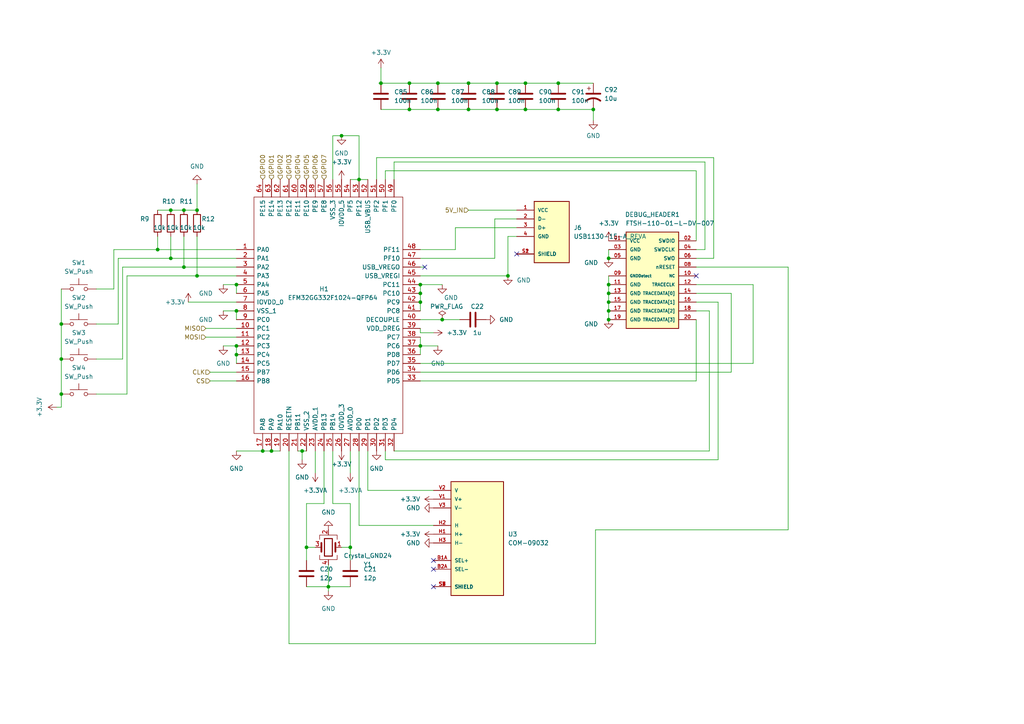
<source format=kicad_sch>
(kicad_sch (version 20230121) (generator eeschema)
  (paper "A4")
  (lib_symbols
    (symbol "COM-09032:COM-09032" (pin_names (offset 1.016))
      (property "Reference" "U" (at -7.62 16.002 0))
      (property "Value" "COM-09032" (at -7.62 -20.32 0))
      (symbol "COM-09032_0_0"
        (rectangle (start -7.62 -17.78) (end 7.62 15.24) (stroke (width 0.254)) (fill (type background)))
        (pin passive line (at -12.7 -7.62 0) (length 5.08) (name "SEL+") (number "B1A"))
        (pin passive line (at -12.7 -10.16 0) (length 5.08) (name "SEL-") (number "B2A"))
        (pin passive line (at -12.7 0 0) (length 5.08) (name "H+") (number "H1"))
        (pin passive line (at -12.7 2.54 0) (length 5.08) (name "H") (number "H2"))
        (pin passive line (at -12.7 -2.54 0) (length 5.08) (name "H-") (number "H3"))
        (pin passive line (at -12.7 -15.24 0) (length 5.08) (name "SHIELD") (number "S1"))
        (pin passive line (at -12.7 -15.24 0) (length 5.08) (name "SHIELD") (number "S2"))
        (pin passive line (at -12.7 -15.24 0) (length 5.08) (name "SHIELD") (number "S3"))
        (pin passive line (at -12.7 -15.24 0) (length 5.08) (name "SHIELD") (number "S4"))
        (pin passive line (at -12.7 10.16 0) (length 5.08) (name "V+") (number "V1"))
        (pin passive line (at -12.7 12.7 0) (length 5.08) (name "V") (number "V2"))
        (pin passive line (at -12.7 7.62 0) (length 5.08) (name "V-") (number "V3"))
      )
    )
    (symbol "Device:C" (pin_numbers hide) (pin_names (offset 0.254))
      (property "Reference" "C" (at 0.635 2.54 0))
      (property "Value" "C" (at 0.635 -2.54 0))
      (symbol "C_0_1"
        (polyline (pts (xy -2.032 -0.762) (xy 2.032 -0.762)) (stroke (width 0.508)))
        (polyline (pts (xy -2.032 0.762) (xy 2.032 0.762)) (stroke (width 0.508)))
      )
      (symbol "C_1_1"
        (pin passive line (at 0 3.81 270) (length 2.794) (name "~") (number "1"))
        (pin passive line (at 0 -3.81 90) (length 2.794) (name "~") (number "2"))
      )
    )
    (symbol "Device:C_Polarized_US" (pin_numbers hide) (pin_names (offset 0.254) hide)
      (property "Reference" "C" (at 0.635 2.54 0))
      (property "Value" "C_Polarized_US" (at 0.635 -2.54 0))
      (symbol "C_Polarized_US_0_1"
        (polyline (pts (xy -2.032 0.762) (xy 2.032 0.762)) (stroke (width 0.508)))
        (polyline (pts (xy -1.778 2.286) (xy -0.762 2.286)))
        (polyline (pts (xy -1.27 1.778) (xy -1.27 2.794)))
        (arc (start 2.032 -1.27) (mid 0 -0.5572) (end -2.032 -1.27) (stroke (width 0.508)))
      )
      (symbol "C_Polarized_US_1_1"
        (pin passive line (at 0 3.81 270) (length 2.794) (name "~") (number "1"))
        (pin passive line (at 0 -3.81 90) (length 3.302) (name "~") (number "2"))
      )
    )
    (symbol "Device:Crystal_GND24" (pin_names (offset 1.016) hide)
      (property "Reference" "Y" (at 3.175 5.08 0))
      (property "Value" "Crystal_GND24" (at 3.175 3.175 0))
      (symbol "Crystal_GND24_0_1"
        (rectangle (start -1.143 2.54) (end 1.143 -2.54) (stroke (width 0.3048)))
        (polyline (pts (xy -2.54 0) (xy -2.032 0)))
        (polyline (pts (xy -2.032 -1.27) (xy -2.032 1.27)) (stroke (width 0.508)))
        (polyline (pts (xy 0 -3.81) (xy 0 -3.556)))
        (polyline (pts (xy 0 3.556) (xy 0 3.81)))
        (polyline (pts (xy 2.032 -1.27) (xy 2.032 1.27)) (stroke (width 0.508)))
        (polyline (pts (xy 2.032 0) (xy 2.54 0)))
        (polyline (pts (xy -2.54 -2.286) (xy -2.54 -3.556) (xy 2.54 -3.556) (xy 2.54 -2.286)))
        (polyline (pts (xy -2.54 2.286) (xy -2.54 3.556) (xy 2.54 3.556) (xy 2.54 2.286)))
      )
      (symbol "Crystal_GND24_1_1"
        (pin passive line (at -3.81 0 0) (length 1.27) (name "1") (number "1"))
        (pin passive line (at 0 5.08 270) (length 1.27) (name "2") (number "2"))
        (pin passive line (at 3.81 0 180) (length 1.27) (name "3") (number "3"))
        (pin passive line (at 0 -5.08 90) (length 1.27) (name "4") (number "4"))
      )
    )
    (symbol "Device:R" (pin_numbers hide) (pin_names (offset 0))
      (property "Reference" "R" (at 2.032 0 90))
      (property "Value" "R" (at 0 0 90))
      (symbol "R_0_1"
        (rectangle (start -1.016 -2.54) (end 1.016 2.54) (stroke (width 0.254)))
      )
      (symbol "R_1_1"
        (pin passive line (at 0 3.81 270) (length 1.27) (name "~") (number "1"))
        (pin passive line (at 0 -3.81 90) (length 1.27) (name "~") (number "2"))
      )
    )
    (symbol "EFM32GG332F1024-QFP64:EFM32GG332F1024-QFP64" (pin_names (offset 0.762))
      (property "Reference" "H" (at 49.53 20.32 0))
      (property "Value" "EFM32GG332F1024-QFP64" (at 49.53 17.78 0))
      (symbol "EFM32GG332F1024-QFP64_0_0"
        (pin bidirectional line (at 0 0 0) (length 5.08) (name "PA0") (number "1"))
        (pin bidirectional line (at 0 -22.86 0) (length 5.08) (name "PC1") (number "10"))
        (pin bidirectional line (at 0 -25.4 0) (length 5.08) (name "PC2") (number "11"))
        (pin bidirectional line (at 0 -27.94 0) (length 5.08) (name "PC3") (number "12"))
        (pin bidirectional line (at 0 -30.48 0) (length 5.08) (name "PC4") (number "13"))
        (pin bidirectional line (at 0 -33.02 0) (length 5.08) (name "PC5") (number "14"))
        (pin bidirectional line (at 0 -35.56 0) (length 5.08) (name "PB7") (number "15"))
        (pin bidirectional line (at 0 -38.1 0) (length 5.08) (name "PB8") (number "16"))
        (pin bidirectional line (at 7.62 -58.42 90) (length 5.08) (name "PA8") (number "17"))
        (pin bidirectional line (at 10.16 -58.42 90) (length 5.08) (name "PA9") (number "18"))
        (pin bidirectional line (at 12.7 -58.42 90) (length 5.08) (name "PA10") (number "19"))
        (pin bidirectional line (at 0 -2.54 0) (length 5.08) (name "PA1") (number "2"))
        (pin input line (at 15.24 -58.42 90) (length 5.08) (name "RESETN") (number "20"))
        (pin bidirectional line (at 17.78 -58.42 90) (length 5.08) (name "PB11") (number "21"))
        (pin power_in line (at 20.32 -58.42 90) (length 5.08) (name "VSS_2") (number "22"))
        (pin power_in line (at 22.86 -58.42 90) (length 5.08) (name "AVDD_1") (number "23"))
        (pin bidirectional line (at 25.4 -58.42 90) (length 5.08) (name "PB13") (number "24"))
        (pin bidirectional line (at 27.94 -58.42 90) (length 5.08) (name "PB14") (number "25"))
        (pin power_in line (at 30.48 -58.42 90) (length 5.08) (name "IOVDD_3") (number "26"))
        (pin power_in line (at 33.02 -58.42 90) (length 5.08) (name "AVDD_0") (number "27"))
        (pin bidirectional line (at 35.56 -58.42 90) (length 5.08) (name "PD0") (number "28"))
        (pin bidirectional line (at 38.1 -58.42 90) (length 5.08) (name "PD1") (number "29"))
        (pin bidirectional line (at 0 -5.08 0) (length 5.08) (name "PA2") (number "3"))
        (pin bidirectional line (at 40.64 -58.42 90) (length 5.08) (name "PD2") (number "30"))
        (pin bidirectional line (at 43.18 -58.42 90) (length 5.08) (name "PD3") (number "31"))
        (pin bidirectional line (at 45.72 -58.42 90) (length 5.08) (name "PD4") (number "32"))
        (pin bidirectional line (at 53.34 -38.1 180) (length 5.08) (name "PD5") (number "33"))
        (pin bidirectional line (at 53.34 -35.56 180) (length 5.08) (name "PD6") (number "34"))
        (pin bidirectional line (at 53.34 -33.02 180) (length 5.08) (name "PD7") (number "35"))
        (pin bidirectional line (at 53.34 -30.48 180) (length 5.08) (name "PD8") (number "36"))
        (pin bidirectional line (at 53.34 -27.94 180) (length 5.08) (name "PC6") (number "37"))
        (pin bidirectional line (at 53.34 -25.4 180) (length 5.08) (name "PC7") (number "38"))
        (pin power_in line (at 53.34 -22.86 180) (length 5.08) (name "VDD_DREG") (number "39"))
        (pin bidirectional line (at 0 -7.62 0) (length 5.08) (name "PA3") (number "4"))
        (pin output line (at 53.34 -20.32 180) (length 5.08) (name "DECOUPLE") (number "40"))
        (pin bidirectional line (at 53.34 -17.78 180) (length 5.08) (name "PC8") (number "41"))
        (pin bidirectional line (at 53.34 -15.24 180) (length 5.08) (name "PC9") (number "42"))
        (pin bidirectional line (at 53.34 -12.7 180) (length 5.08) (name "PC10") (number "43"))
        (pin bidirectional line (at 53.34 -10.16 180) (length 5.08) (name "PC11") (number "44"))
        (pin power_in line (at 53.34 -7.62 180) (length 5.08) (name "USB_VREGI") (number "45"))
        (pin power_in line (at 53.34 -5.08 180) (length 5.08) (name "USB_VREGO") (number "46"))
        (pin bidirectional line (at 53.34 -2.54 180) (length 5.08) (name "PF10") (number "47"))
        (pin bidirectional line (at 53.34 0 180) (length 5.08) (name "PF11") (number "48"))
        (pin bidirectional line (at 45.72 20.32 270) (length 5.08) (name "PF0") (number "49"))
        (pin bidirectional line (at 0 -10.16 0) (length 5.08) (name "PA4") (number "5"))
        (pin bidirectional line (at 43.18 20.32 270) (length 5.08) (name "PF1") (number "50"))
        (pin bidirectional line (at 40.64 20.32 270) (length 5.08) (name "PF2") (number "51"))
        (pin passive line (at 38.1 20.32 270) (length 5.08) (name "USB_VBUS") (number "52"))
        (pin bidirectional line (at 35.56 20.32 270) (length 5.08) (name "PF12") (number "53"))
        (pin bidirectional line (at 33.02 20.32 270) (length 5.08) (name "PF5") (number "54"))
        (pin power_in line (at 30.48 20.32 270) (length 5.08) (name "IOVDD_5") (number "55"))
        (pin power_in line (at 27.94 20.32 270) (length 5.08) (name "VSS_3") (number "56"))
        (pin bidirectional line (at 25.4 20.32 270) (length 5.08) (name "PE8") (number "57"))
        (pin bidirectional line (at 22.86 20.32 270) (length 5.08) (name "PE9") (number "58"))
        (pin bidirectional line (at 20.32 20.32 270) (length 5.08) (name "PE10") (number "59"))
        (pin bidirectional line (at 0 -12.7 0) (length 5.08) (name "PA5") (number "6"))
        (pin bidirectional line (at 17.78 20.32 270) (length 5.08) (name "PE11") (number "60"))
        (pin bidirectional line (at 15.24 20.32 270) (length 5.08) (name "PE12") (number "61"))
        (pin bidirectional line (at 12.7 20.32 270) (length 5.08) (name "PE13") (number "62"))
        (pin bidirectional line (at 10.16 20.32 270) (length 5.08) (name "PE14") (number "63"))
        (pin bidirectional line (at 7.62 20.32 270) (length 5.08) (name "PE15") (number "64"))
        (pin power_in line (at 0 -15.24 0) (length 5.08) (name "IOVDD_0") (number "7"))
        (pin power_in line (at 0 -17.78 0) (length 5.08) (name "VSS_1") (number "8"))
        (pin bidirectional line (at 0 -20.32 0) (length 5.08) (name "PC0") (number "9"))
      )
      (symbol "EFM32GG332F1024-QFP64_0_1"
        (polyline (pts (xy 5.08 15.24) (xy 48.26 15.24) (xy 48.26 -53.34) (xy 5.08 -53.34) (xy 5.08 15.24)) (stroke (width 0.1524)))
      )
    )
    (symbol "FTSH-110-01-L-DV-007:FTSH-110-01-L-DV-007" (pin_names (offset 1.016))
      (property "Reference" "DEBUG_HEADER" (at 0 20.32 0))
      (property "Value" "FTSH-110-01-L-DV-007" (at 5.08 17.78 0))
      (symbol "FTSH-110-01-L-DV-007_0_0"
        (rectangle (start -7.62 15.24) (end 7.62 -12.7) (stroke (width 0.254)) (fill (type background)))
      )
      (symbol "FTSH-110-01-L-DV-007_1_0"
        (pin passive line (at -12.7 12.7 0) (length 5.08) (name "VCC") (number "01"))
        (pin passive line (at 12.7 12.7 180) (length 5.08) (name "SWDIO") (number "02"))
        (pin passive line (at -12.7 10.16 0) (length 5.08) (name "GND") (number "03"))
        (pin passive line (at 12.7 10.16 180) (length 5.08) (name "SWDCLK") (number "04"))
        (pin passive line (at -12.7 7.62 0) (length 5.08) (name "GND") (number "05"))
        (pin passive line (at 12.7 7.62 180) (length 5.08) (name "SWO") (number "06"))
        (pin passive line (at 12.7 5.08 180) (length 5.08) (name "nRESET") (number "08"))
        (pin passive line (at -12.7 2.54 0) (length 5.08) (name "GNDDetect") (number "09"))
        (pin passive line (at 12.7 2.54 180) (length 5.08) (name "NC") (number "10"))
        (pin passive line (at -12.7 0 0) (length 5.08) (name "GND") (number "11"))
        (pin passive line (at 12.7 0 180) (length 5.08) (name "TRACECLK") (number "12"))
        (pin passive line (at -12.7 -2.54 0) (length 5.08) (name "GND") (number "13"))
        (pin passive line (at 12.7 -2.54 180) (length 5.08) (name "TRACEDATA[0]") (number "14"))
        (pin passive line (at -12.7 -5.08 0) (length 5.08) (name "GND") (number "15"))
        (pin passive line (at 12.7 -5.08 180) (length 5.08) (name "TRACEDATA[1]") (number "16"))
        (pin passive line (at -12.7 -7.62 0) (length 5.08) (name "GND") (number "17"))
        (pin passive line (at 12.7 -7.62 180) (length 5.08) (name "TRACEDATA[2]") (number "18"))
        (pin passive line (at -12.7 -10.16 0) (length 5.08) (name "GND") (number "19"))
        (pin passive line (at 12.7 -10.16 180) (length 5.08) (name "TRACEDATA[3]") (number "20"))
      )
    )
    (symbol "Switch:SW_Push" (pin_numbers hide) (pin_names (offset 1.016) hide)
      (property "Reference" "SW" (at 1.27 2.54 0))
      (property "Value" "SW_Push" (at 0 -1.524 0))
      (symbol "SW_Push_0_1"
        (circle (center -2.032 0) (radius 0.508))
        (polyline (pts (xy 0 1.27) (xy 0 3.048)))
        (polyline (pts (xy 2.54 1.27) (xy -2.54 1.27)))
        (circle (center 2.032 0) (radius 0.508))
        (pin passive line (at -5.08 0 0) (length 2.54) (name "1") (number "1"))
        (pin passive line (at 5.08 0 180) (length 2.54) (name "2") (number "2"))
      )
    )
    (symbol "USB1130-15-A_REVA:USB1130-15-A_REVA" (pin_names (offset 1.016))
      (property "Reference" "J" (at -5.08 8.89 0))
      (property "Value" "USB1130-15-A_REVA" (at -5.08 -12.7 0))
      (symbol "USB1130-15-A_REVA_0_0"
        (rectangle (start -5.08 -10.16) (end 5.08 7.62) (stroke (width 0.254)) (fill (type background)))
        (pin power_in line (at -10.16 5.08 0) (length 5.08) (name "VCC") (number "1"))
        (pin bidirectional line (at -10.16 2.54 0) (length 5.08) (name "D-") (number "2"))
        (pin bidirectional line (at -10.16 0 0) (length 5.08) (name "D+") (number "3"))
        (pin power_in line (at -10.16 -2.54 0) (length 5.08) (name "GND") (number "4"))
        (pin passive line (at -10.16 -7.62 0) (length 5.08) (name "SHIELD") (number "S1"))
        (pin passive line (at -10.16 -7.62 0) (length 5.08) (name "SHIELD") (number "S2"))
      )
    )
    (symbol "power:+3.3V" (power) (pin_names (offset 0))
      (property "Value" "+3.3V" (at 0 3.556 0))
      (symbol "+3.3V_0_1"
        (polyline (pts (xy -0.762 1.27) (xy 0 2.54)))
        (polyline (pts (xy 0 0) (xy 0 2.54)))
        (polyline (pts (xy 0 2.54) (xy 0.762 1.27)))
      )
      (symbol "+3.3V_1_1"
        (pin power_in line (at 0 0 90) (length 0) hide (name "+3.3V") (number "1"))
      )
    )
    (symbol "power:+3.3VA" (power) (pin_names (offset 0))
      (property "Value" "+3.3VA" (at 0 3.556 0))
      (symbol "+3.3VA_0_1"
        (polyline (pts (xy -0.762 1.27) (xy 0 2.54)))
        (polyline (pts (xy 0 0) (xy 0 2.54)))
        (polyline (pts (xy 0 2.54) (xy 0.762 1.27)))
      )
      (symbol "+3.3VA_1_1"
        (pin power_in line (at 0 0 90) (length 0) hide (name "+3.3VA") (number "1"))
      )
    )
    (symbol "power:GND" (power) (pin_names (offset 0))
      (property "Value" "GND" (at 0 -3.81 0))
      (symbol "GND_0_1"
        (polyline (pts (xy 0 0) (xy 0 -1.27) (xy 1.27 -1.27) (xy 0 -2.54) (xy -1.27 -1.27) (xy 0 -1.27)))
      )
      (symbol "GND_1_1"
        (pin power_in line (at 0 0 270) (length 0) hide (name "GND") (number "1"))
      )
    )
    (symbol "power:PWR_FLAG" (power) (pin_numbers hide) (pin_names (offset 0) hide)
      (property "Value" "PWR_FLAG" (at 0 3.81 0))
      (symbol "PWR_FLAG_0_0"
        (pin power_out line (at 0 0 90) (length 0) (name "pwr") (number "1"))
      )
      (symbol "PWR_FLAG_0_1"
        (polyline (pts (xy 0 0) (xy 0 1.27) (xy -1.016 1.905) (xy 0 2.54) (xy 1.016 1.905) (xy 0 1.27)))
      )
    )
  )
  (junction (at 127 24.13))
  (junction (at 152.4 24.13))
  (junction (at 161.925 31.75))
  (junction (at 104.14 52.07))
  (junction (at 135.89 24.13))
  (junction (at 147.32 80.01))
  (junction (at 110.49 24.13))
  (junction (at 53.34 60.96))
  (junction (at 176.53 85.09))
  (junction (at 128.27 92.71))
  (junction (at 88.9 158.75))
  (junction (at 121.92 87.63))
  (junction (at 121.92 82.55))
  (junction (at 68.58 90.17))
  (junction (at 101.6 158.75))
  (junction (at 68.58 100.33))
  (junction (at 118.745 31.75))
  (junction (at 127 31.75))
  (junction (at 17.78 104.14))
  (junction (at 144.145 24.13))
  (junction (at 17.78 114.3))
  (junction (at 176.53 90.17))
  (junction (at 76.2 130.81))
  (junction (at 144.145 31.75))
  (junction (at 53.34 77.47))
  (junction (at 121.92 100.33))
  (junction (at 45.72 72.39))
  (junction (at 176.53 92.71))
  (junction (at 68.58 82.55))
  (junction (at 135.89 31.75))
  (junction (at 172.085 31.75))
  (junction (at 95.25 170.18))
  (junction (at 99.06 39.37))
  (junction (at 57.15 80.01))
  (junction (at 57.15 60.96))
  (junction (at 49.53 74.93))
  (junction (at 78.74 130.81))
  (junction (at 161.925 24.13))
  (junction (at 17.78 93.98))
  (junction (at 118.745 24.13))
  (junction (at 176.53 74.93))
  (junction (at 49.53 60.96))
  (junction (at 121.92 85.09))
  (junction (at 68.58 102.87))
  (junction (at 87.63 130.81))
  (junction (at 152.4 31.75))
  (junction (at 176.53 87.63))
  (junction (at 176.53 82.55))
  (no_connect (at 201.93 80.01))
  (no_connect (at 149.86 73.66))
  (no_connect (at 125.73 162.56))
  (no_connect (at 123.19 77.47))
  (no_connect (at 125.73 165.1))
  (no_connect (at 125.73 170.18))
  (wire (pts (xy 88.9 158.75) (xy 91.44 158.75)))
  (wire (pts (xy 104.14 152.4) (xy 125.73 152.4)))
  (wire (pts (xy 68.58 100.33) (xy 68.58 102.87)))
  (wire (pts (xy 78.74 130.81) (xy 81.28 130.81)))
  (wire (pts (xy 128.27 92.71) (xy 133.35 92.71)))
  (wire (pts (xy 208.28 133.35) (xy 208.28 87.63)))
  (wire (pts (xy 144.145 31.75) (xy 152.4 31.75)))
  (wire (pts (xy 68.58 90.17) (xy 68.58 92.71)))
  (wire (pts (xy 76.2 130.81) (xy 78.74 130.81)))
  (wire (pts (xy 118.745 24.13) (xy 127 24.13)))
  (wire (pts (xy 36.83 80.01) (xy 57.15 80.01)))
  (wire (pts (xy 176.53 82.55) (xy 176.53 85.09)))
  (wire (pts (xy 121.92 100.33) (xy 127 100.33)))
  (wire (pts (xy 176.53 90.17) (xy 176.53 92.71)))
  (wire (pts (xy 201.93 49.53) (xy 111.76 49.53)))
  (wire (pts (xy 161.925 31.75) (xy 172.085 31.75)))
  (wire (pts (xy 17.78 93.98) (xy 17.78 83.82)))
  (wire (pts (xy 121.92 72.39) (xy 132.08 72.39)))
  (wire (pts (xy 76.2 130.81) (xy 68.58 130.81)))
  (wire (pts (xy 101.6 146.05) (xy 96.52 146.05)))
  (wire (pts (xy 60.96 110.49) (xy 68.58 110.49)))
  (wire (pts (xy 49.53 74.93) (xy 68.58 74.93)))
  (wire (pts (xy 125.73 96.52) (xy 121.92 96.52)))
  (wire (pts (xy 176.53 85.09) (xy 176.53 87.63)))
  (wire (pts (xy 88.9 146.05) (xy 88.9 158.75)))
  (wire (pts (xy 111.76 130.81) (xy 111.76 133.35)))
  (wire (pts (xy 36.83 80.01) (xy 36.83 114.3)))
  (wire (pts (xy 88.9 158.75) (xy 88.9 162.56)))
  (wire (pts (xy 17.78 118.11) (xy 16.51 118.11)))
  (wire (pts (xy 207.01 74.93) (xy 207.01 45.72)))
  (wire (pts (xy 121.92 96.52) (xy 121.92 95.25)))
  (wire (pts (xy 99.06 158.75) (xy 101.6 158.75)))
  (wire (pts (xy 34.29 93.98) (xy 27.94 93.98)))
  (wire (pts (xy 127 31.75) (xy 135.89 31.75)))
  (wire (pts (xy 143.51 63.5) (xy 143.51 74.93)))
  (wire (pts (xy 228.6 153.67) (xy 228.6 77.47)))
  (wire (pts (xy 104.14 130.81) (xy 104.14 152.4)))
  (wire (pts (xy 35.56 104.14) (xy 27.94 104.14)))
  (wire (pts (xy 172.085 31.75) (xy 172.085 34.925)))
  (wire (pts (xy 172.72 186.69) (xy 172.72 153.67)))
  (wire (pts (xy 204.47 72.39) (xy 204.47 46.99)))
  (wire (pts (xy 93.98 130.81) (xy 93.98 146.05)))
  (wire (pts (xy 68.58 82.55) (xy 64.77 82.55)))
  (wire (pts (xy 95.25 170.18) (xy 101.6 170.18)))
  (wire (pts (xy 176.53 87.63) (xy 176.53 90.17)))
  (wire (pts (xy 176.53 72.39) (xy 176.53 74.93)))
  (wire (pts (xy 114.3 130.81) (xy 205.74 130.81)))
  (wire (pts (xy 132.08 72.39) (xy 132.08 66.04)))
  (wire (pts (xy 95.25 171.45) (xy 95.25 170.18)))
  (wire (pts (xy 68.58 107.95) (xy 60.96 107.95)))
  (wire (pts (xy 132.08 66.04) (xy 149.86 66.04)))
  (wire (pts (xy 88.9 170.18) (xy 95.25 170.18)))
  (wire (pts (xy 87.63 133.35) (xy 87.63 130.81)))
  (wire (pts (xy 83.82 186.69) (xy 172.72 186.69)))
  (wire (pts (xy 111.76 133.35) (xy 208.28 133.35)))
  (wire (pts (xy 96.52 52.07) (xy 96.52 39.37)))
  (wire (pts (xy 143.51 63.5) (xy 149.86 63.5)))
  (wire (pts (xy 135.89 24.13) (xy 144.145 24.13)))
  (wire (pts (xy 201.93 69.85) (xy 201.93 49.53)))
  (wire (pts (xy 45.72 68.58) (xy 45.72 72.39)))
  (wire (pts (xy 205.74 130.81) (xy 205.74 90.17)))
  (wire (pts (xy 53.34 60.96) (xy 57.15 60.96)))
  (wire (pts (xy 176.53 80.01) (xy 176.53 82.55)))
  (wire (pts (xy 110.49 24.13) (xy 118.745 24.13)))
  (wire (pts (xy 121.92 110.49) (xy 201.93 110.49)))
  (wire (pts (xy 49.53 60.96) (xy 53.34 60.96)))
  (wire (pts (xy 121.92 82.55) (xy 128.27 82.55)))
  (wire (pts (xy 68.58 90.17) (xy 64.77 90.17)))
  (wire (pts (xy 121.92 97.79) (xy 121.92 100.33)))
  (wire (pts (xy 212.09 85.09) (xy 201.93 85.09)))
  (wire (pts (xy 110.49 19.685) (xy 110.49 24.13)))
  (wire (pts (xy 35.56 77.47) (xy 53.34 77.47)))
  (wire (pts (xy 104.14 52.07) (xy 104.14 39.37)))
  (wire (pts (xy 208.28 87.63) (xy 201.93 87.63)))
  (wire (pts (xy 96.52 39.37) (xy 99.06 39.37)))
  (wire (pts (xy 87.63 130.81) (xy 88.9 130.81)))
  (wire (pts (xy 201.93 74.93) (xy 207.01 74.93)))
  (wire (pts (xy 17.78 114.3) (xy 17.78 104.14)))
  (wire (pts (xy 121.92 82.55) (xy 121.92 85.09)))
  (wire (pts (xy 45.72 72.39) (xy 68.58 72.39)))
  (wire (pts (xy 64.77 100.33) (xy 68.58 100.33)))
  (wire (pts (xy 27.94 83.82) (xy 33.02 83.82)))
  (wire (pts (xy 17.78 104.14) (xy 17.78 93.98)))
  (wire (pts (xy 218.44 82.55) (xy 201.93 82.55)))
  (wire (pts (xy 96.52 146.05) (xy 96.52 130.81)))
  (wire (pts (xy 121.92 80.01) (xy 147.32 80.01)))
  (wire (pts (xy 205.74 90.17) (xy 201.93 90.17)))
  (wire (pts (xy 110.49 31.75) (xy 118.745 31.75)))
  (wire (pts (xy 114.3 46.99) (xy 114.3 52.07)))
  (wire (pts (xy 86.36 130.81) (xy 87.63 130.81)))
  (wire (pts (xy 144.145 24.13) (xy 152.4 24.13)))
  (wire (pts (xy 201.93 110.49) (xy 201.93 92.71)))
  (wire (pts (xy 152.4 31.75) (xy 161.925 31.75)))
  (wire (pts (xy 123.19 77.47) (xy 121.92 77.47)))
  (wire (pts (xy 54.61 87.63) (xy 68.58 87.63)))
  (wire (pts (xy 218.44 82.55) (xy 218.44 105.41)))
  (wire (pts (xy 68.58 97.79) (xy 59.69 97.79)))
  (wire (pts (xy 68.58 80.01) (xy 57.15 80.01)))
  (wire (pts (xy 121.92 92.71) (xy 128.27 92.71)))
  (wire (pts (xy 228.6 77.47) (xy 201.93 77.47)))
  (wire (pts (xy 111.76 49.53) (xy 111.76 52.07)))
  (wire (pts (xy 34.29 74.93) (xy 34.29 93.98)))
  (wire (pts (xy 88.9 146.05) (xy 93.98 146.05)))
  (wire (pts (xy 121.92 74.93) (xy 143.51 74.93)))
  (wire (pts (xy 121.92 105.41) (xy 218.44 105.41)))
  (wire (pts (xy 152.4 24.13) (xy 161.925 24.13)))
  (wire (pts (xy 161.925 24.13) (xy 172.085 24.13)))
  (wire (pts (xy 118.745 31.75) (xy 127 31.75)))
  (wire (pts (xy 68.58 95.25) (xy 59.69 95.25)))
  (wire (pts (xy 201.93 72.39) (xy 204.47 72.39)))
  (wire (pts (xy 101.6 146.05) (xy 101.6 158.75)))
  (wire (pts (xy 121.92 107.95) (xy 212.09 107.95)))
  (wire (pts (xy 212.09 107.95) (xy 212.09 85.09)))
  (wire (pts (xy 49.53 68.58) (xy 49.53 74.93)))
  (wire (pts (xy 104.14 52.07) (xy 106.68 52.07)))
  (wire (pts (xy 207.01 45.72) (xy 109.22 45.72)))
  (wire (pts (xy 95.25 163.83) (xy 95.25 170.18)))
  (wire (pts (xy 149.86 68.58) (xy 147.32 68.58)))
  (wire (pts (xy 35.56 77.47) (xy 35.56 104.14)))
  (wire (pts (xy 68.58 77.47) (xy 53.34 77.47)))
  (wire (pts (xy 109.22 45.72) (xy 109.22 52.07)))
  (wire (pts (xy 127 24.13) (xy 135.89 24.13)))
  (wire (pts (xy 17.78 118.11) (xy 17.78 114.3)))
  (wire (pts (xy 109.855 24.13) (xy 110.49 24.13)))
  (wire (pts (xy 45.72 60.96) (xy 49.53 60.96)))
  (wire (pts (xy 135.89 60.96) (xy 149.86 60.96)))
  (wire (pts (xy 121.92 100.33) (xy 121.92 102.87)))
  (wire (pts (xy 68.58 82.55) (xy 68.58 85.09)))
  (wire (pts (xy 135.89 31.75) (xy 144.145 31.75)))
  (wire (pts (xy 101.6 130.81) (xy 101.6 137.16)))
  (wire (pts (xy 172.72 153.67) (xy 228.6 153.67)))
  (wire (pts (xy 68.58 102.87) (xy 68.58 105.41)))
  (wire (pts (xy 204.47 46.99) (xy 114.3 46.99)))
  (wire (pts (xy 106.68 142.24) (xy 106.68 130.81)))
  (wire (pts (xy 57.15 68.58) (xy 57.15 80.01)))
  (wire (pts (xy 83.82 130.81) (xy 83.82 186.69)))
  (wire (pts (xy 53.34 68.58) (xy 53.34 77.47)))
  (wire (pts (xy 34.29 74.93) (xy 49.53 74.93)))
  (wire (pts (xy 121.92 87.63) (xy 121.92 90.17)))
  (wire (pts (xy 33.02 83.82) (xy 33.02 72.39)))
  (wire (pts (xy 104.14 39.37) (xy 99.06 39.37)))
  (wire (pts (xy 91.44 137.16) (xy 91.44 130.81)))
  (wire (pts (xy 33.02 72.39) (xy 45.72 72.39)))
  (wire (pts (xy 101.6 158.75) (xy 101.6 162.56)))
  (wire (pts (xy 57.15 53.34) (xy 57.15 60.96)))
  (wire (pts (xy 147.32 68.58) (xy 147.32 80.01)))
  (wire (pts (xy 36.83 114.3) (xy 27.94 114.3)))
  (wire (pts (xy 101.6 52.07) (xy 104.14 52.07)))
  (wire (pts (xy 121.92 85.09) (xy 121.92 87.63)))
  (wire (pts (xy 125.73 142.24) (xy 106.68 142.24)))
  (hierarchical_label "MISO" (shape input) (at 59.69 95.25 180))
  (hierarchical_label "GPIO4" (shape input) (at 86.36 52.07 90))
  (hierarchical_label "MOSI" (shape input) (at 59.69 97.79 180))
  (hierarchical_label "GPIO0" (shape input) (at 76.2 52.07 90))
  (hierarchical_label "GPIO1" (shape input) (at 78.74 52.07 90))
  (hierarchical_label "5V_IN" (shape input) (at 135.89 60.96 180))
  (hierarchical_label "GPIO2" (shape input) (at 81.28 52.07 90))
  (hierarchical_label "GPIO5" (shape input) (at 88.9 52.07 90))
  (hierarchical_label "CS" (shape input) (at 60.96 110.49 180))
  (hierarchical_label "GPIO3" (shape input) (at 83.82 52.07 90))
  (hierarchical_label "GPIO7" (shape input) (at 93.98 52.07 90))
  (hierarchical_label "GPIO6" (shape input) (at 91.44 52.07 90))
  (hierarchical_label "CLK" (shape input) (at 60.96 107.95 180))
  (symbol (lib_id "power:GND") (at 172.085 34.925 0) (unit 1)
    (property "Reference" "#PWR073" (effects hide))
    (property "Value" "GND" (at 172.085 39.37 0))
  )
  (symbol (lib_id "power:GND") (at 64.77 82.55 0) (unit 1)
    (property "Reference" "#PWR066" (effects hide))
    (property "Value" "GND" (at 59.69 85.09 0))
  )
  (symbol (lib_id "USB1130-15-A_REVA:USB1130-15-A_REVA") (at 160.02 66.04 0) (unit 1)
    (property "Reference" "J6" (at 166.37 66.04 0) (effects (justify left)))
    (property "Value" "USB1130-15-A_REVA" (at 166.37 68.58 0) (effects (justify left)))
    (property "Footprint" "USB1130-15-A_REVA:GCT_USB1130-15-A_REVA" (effects hide))
    (property "MF" "Global Connector Technology" (effects hide))
    (property "MAXIMUM_PACKAGE_HEIGHT" "7.24mm" (effects hide))
    (property "Package" "None" (effects hide))
    (property "Price" "None" (effects hide))
    (property "Check_prices" "https://www.snapeda.com/parts/USB1130-15-A/Global+Connector+Technology/view-part/?ref=eda" (effects hide))
    (property "STANDARD" "Manufacturer Recommendations" (effects hide))
    (property "PARTREV" "A" (effects hide))
    (property "SnapEDA_Link" "https://www.snapeda.com/parts/USB1130-15-A/Global+Connector+Technology/view-part/?ref=snap" (effects hide))
    (property "MP" "USB1130-15-A" (effects hide))
    (property "Description" "\nUSB 2.0 Connector Full size Horizontal Plug, type A, 4 Pins, Through hole, Top mount, 6.99mm profile, High mating cycle, charging receptacle\n" (effects hide))
    (property "Availability" "In Stock" (effects hide))
    (property "MANUFACTURER" "GCT" (effects hide))
  )
  (symbol (lib_id "power:GND") (at 64.77 90.17 0) (unit 1)
    (property "Reference" "#PWR062" (effects hide))
    (property "Value" "GND" (at 59.69 92.71 0))
  )
  (symbol (lib_id "FTSH-110-01-L-DV-007:FTSH-110-01-L-DV-007") (at 189.23 82.55 0) (unit 1)
    (property "Reference" "DEBUG_HEADER1" (at 189.23 62.23 0))
    (property "Value" "FTSH-110-01-L-DV-007" (at 194.31 64.77 0))
    (property "Footprint" "FTSH-110-01-L-DV-007:SAMTEC_FTSH-110-01-L-DV-007" (effects hide))
    (property "MF" "Samtec" (effects hide))
    (property "Description" "\nConnector Header Surface Mount 20 position 0.050 (1.27mm)\n" (effects hide))
    (property "Package" "None" (effects hide))
    (property "Price" "None" (effects hide))
    (property "Check_prices" "https://www.snapeda.com/parts/FTSH-110-01-L-DV-007-K/Samtec+Inc./view-part/?ref=eda" (effects hide))
    (property "STANDARD" "Manufacturer Recommendations" (effects hide))
    (property "PARTREV" "R" (effects hide))
    (property "SnapEDA_Link" "https://www.snapeda.com/parts/FTSH-110-01-L-DV-007-K/Samtec+Inc./view-part/?ref=snap" (effects hide))
    (property "MP" "FTSH-110-01-L-DV-007-K" (effects hide))
    (property "Purchase-URL" "https://www.snapeda.com/api/url_track_click_mouser/?unipart_id=1470079&manufacturer=Samtec&part_name=FTSH-110-01-L-DV-007-K&search_term=None" (effects hide))
    (property "Availability" "In Stock" (effects hide))
    (property "MANUFACTURER" "Samtec" (effects hide))
  )
  (symbol (lib_id "power:+3.3V") (at 125.73 154.94 90) (unit 1)
    (property "Reference" "#PWR023" (effects hide))
    (property "Value" "+3.3V" (at 121.92 154.94 90) (effects (justify left)))
  )
  (symbol (lib_id "Device:R") (at 49.53 64.77 0) (unit 1)
    (property "Reference" "R10" (at 46.99 58.42 0) (effects (justify left)))
    (property "Value" "10k" (at 48.26 66.04 0) (effects (justify left)))
    (property "Footprint" "Resistor_SMD:R_0805_2012Metric_Pad1.20x1.40mm_HandSolder" (effects hide))
  )
  (symbol (lib_id "Device:C") (at 137.16 92.71 90) (unit 1)
    (property "Reference" "C22" (at 138.43 88.9 90))
    (property "Value" "1u" (at 138.43 96.52 90))
    (property "Footprint" "Capacitor_SMD:C_0805_2012Metric_Pad1.18x1.45mm_HandSolder" (effects hide))
  )
  (symbol (lib_id "power:GND") (at 125.73 147.32 270) (unit 1)
    (property "Reference" "#PWR021" (effects hide))
    (property "Value" "GND" (at 121.92 147.32 90) (effects (justify right)))
  )
  (symbol (lib_id "Switch:SW_Push") (at 22.86 93.98 0) (unit 1)
    (property "Reference" "SW2" (at 22.86 86.36 0))
    (property "Value" "SW_Push" (at 22.86 88.9 0))
    (property "Footprint" "button:K12PBK15N" (effects hide))
  )
  (symbol (lib_id "Device:R") (at 45.72 64.77 0) (unit 1)
    (property "Reference" "R9" (at 40.64 63.5 0) (effects (justify left)))
    (property "Value" "10k" (at 44.45 66.04 0) (effects (justify left)))
    (property "Footprint" "Resistor_SMD:R_0805_2012Metric_Pad1.20x1.40mm_HandSolder" (effects hide))
  )
  (symbol (lib_id "COM-09032:COM-09032") (at 138.43 154.94 0) (unit 1)
    (property "Reference" "U3" (at 147.32 154.94 0) (effects (justify left)))
    (property "Value" "COM-09032" (at 147.32 157.48 0) (effects (justify left)))
    (property "Footprint" "joystick:XDCR_COM-09032" (effects hide))
    (property "MF" "SparkFun Electronics" (effects hide))
    (property "MAXIMUM_PACKAGE_HEIGHT" "30.1mm" (effects hide))
    (property "Package" "Package" (effects hide))
    (property "Price" "None" (effects hide))
    (property "Check_prices" "https://www.snapeda.com/parts/COM-09032/SparkFun+Electronics/view-part/?ref=eda" (effects hide))
    (property "STANDARD" "Manufacturer Recommendations" (effects hide))
    (property "PARTREV" "N/A" (effects hide))
    (property "SnapEDA_Link" "https://www.snapeda.com/parts/COM-09032/SparkFun+Electronics/view-part/?ref=snap" (effects hide))
    (property "MP" "COM-09032" (effects hide))
    (property "Purchase-URL" "https://www.snapeda.com/api/url_track_click_mouser/?unipart_id=888157&manufacturer=SparkFun Electronics&part_name=COM-09032&search_term=None" (effects hide))
    (property "Description" "\nJoystick, 2 - Axis Analog (Resistive) Output\n" (effects hide))
    (property "Availability" "In Stock" (effects hide))
    (property "MANUFACTURER" "SparkFun Electronics" (effects hide))
  )
  (symbol (lib_id "Device:C") (at 110.49 27.94 0) (unit 1)
    (property "Reference" "C85" (at 114.3 26.67 0) (effects (justify left)))
    (property "Value" "100n" (at 114.3 29.21 0) (effects (justify left)))
    (property "Footprint" "Capacitor_SMD:C_0805_2012Metric_Pad1.18x1.45mm_HandSolder" (effects hide))
  )
  (symbol (lib_id "power:GND") (at 147.32 80.01 0) (unit 1)
    (property "Reference" "#PWR010" (effects hide))
    (property "Value" "GND" (at 149.86 81.28 0) (effects (justify left)))
  )
  (symbol (lib_id "Device:C") (at 118.745 27.94 0) (unit 1)
    (property "Reference" "C86" (at 121.92 26.67 0) (effects (justify left)))
    (property "Value" "100n" (at 121.92 29.21 0) (effects (justify left)))
    (property "Footprint" "Capacitor_SMD:C_0805_2012Metric_Pad1.18x1.45mm_HandSolder" (effects hide))
  )
  (symbol (lib_id "power:GND") (at 87.63 133.35 0) (unit 1)
    (property "Reference" "#PWR016" (effects hide))
    (property "Value" "GND" (at 87.63 138.43 0))
  )
  (symbol (lib_id "Switch:SW_Push") (at 22.86 83.82 0) (unit 1)
    (property "Reference" "SW1" (at 22.86 76.2 0))
    (property "Value" "SW_Push" (at 22.86 78.74 0))
    (property "Footprint" "button:K12PBK15N" (effects hide))
  )
  (symbol (lib_id "Device:C") (at 152.4 27.94 0) (unit 1)
    (property "Reference" "C90" (at 156.21 26.67 0) (effects (justify left)))
    (property "Value" "100n" (at 156.21 29.21 0) (effects (justify left)))
    (property "Footprint" "Capacitor_SMD:C_0805_2012Metric_Pad1.18x1.45mm_HandSolder" (effects hide))
  )
  (symbol (lib_id "Switch:SW_Push") (at 22.86 104.14 0) (unit 1)
    (property "Reference" "SW3" (at 22.86 96.52 0))
    (property "Value" "SW_Push" (at 22.86 99.06 0))
    (property "Footprint" "button:K12PBK15N" (effects hide))
  )
  (symbol (lib_id "power:GND") (at 68.58 130.81 0) (unit 1)
    (property "Reference" "#PWR015" (effects hide))
    (property "Value" "GND" (at 68.58 135.89 0))
  )
  (symbol (lib_id "power:+3.3V") (at 125.73 96.52 270) (unit 1)
    (property "Reference" "#PWR011" (effects hide))
    (property "Value" "+3.3V" (at 129.54 96.52 90) (effects (justify left)))
  )
  (symbol (lib_id "power:GND") (at 140.97 92.71 90) (unit 1)
    (property "Reference" "#PWR019" (effects hide))
    (property "Value" "GND" (at 144.78 92.71 90) (effects (justify right)))
  )
  (symbol (lib_id "power:GND") (at 99.06 39.37 0) (unit 1)
    (property "Reference" "#PWR070" (effects hide))
    (property "Value" "GND" (at 99.06 44.45 0))
  )
  (symbol (lib_id "power:GND") (at 95.25 153.67 0) (mirror x) (unit 1)
    (property "Reference" "#PWR07" (effects hide))
    (property "Value" "GND" (at 95.25 148.59 0))
  )
  (symbol (lib_id "EFM32GG332F1024-QFP64:EFM32GG332F1024-QFP64") (at 68.58 72.39 0) (unit 1)
    (property "Reference" "H1" (at 93.98 83.82 0))
    (property "Value" "EFM32GG332F1024-QFP64" (at 96.52 86.36 0))
    (property "Footprint" "efm32:QFP50P1200X1200X120-64N" (effects hide))
    (property "Datasheet" "https://www.silabs.com/products/mcu/32-bit/efm32-giant-gecko" (effects hide))
    (property "Description" "Silicon Labs EFM32GG332F1024-QFP64, 32bit ARM Cortex M3 Microcontroller, 48MHz, 1024 kB Flash, 64-Pin TQFP" (effects hide))
    (property "Height" "1.2" (effects hide))
    (property "Manufacturer_Name" "Silicon Labs" (effects hide))
    (property "Manufacturer_Part_Number" "EFM32GG332F1024-QFP64" (effects hide))
    (property "Mouser Part Number" "904-EFM32GG332F1024" (effects hide))
    (property "Mouser Price/Stock" "https://www.mouser.com/Search/Refine.aspx?Keyword=904-EFM32GG332F1024" (effects hide))
  )
  (symbol (lib_id "Device:R") (at 57.15 64.77 0) (unit 1)
    (property "Reference" "R12" (at 58.42 63.5 0) (effects (justify left)))
    (property "Value" "10k" (at 55.88 66.04 0) (effects (justify left)))
    (property "Footprint" "Resistor_SMD:R_0805_2012Metric_Pad1.20x1.40mm_HandSolder" (effects hide))
  )
  (symbol (lib_id "Device:C") (at 88.9 166.37 0) (unit 1)
    (property "Reference" "C20" (at 92.71 165.1 0) (effects (justify left)))
    (property "Value" "12p" (at 92.71 167.64 0) (effects (justify left)))
    (property "Footprint" "Capacitor_SMD:C_0805_2012Metric_Pad1.18x1.45mm_HandSolder" (effects hide))
  )
  (symbol (lib_id "Device:C") (at 135.89 27.94 0) (unit 1)
    (property "Reference" "C88" (at 139.7 26.67 0) (effects (justify left)))
    (property "Value" "100n" (at 139.7 29.21 0) (effects (justify left)))
    (property "Footprint" "Capacitor_SMD:C_0805_2012Metric_Pad1.18x1.45mm_HandSolder" (effects hide))
  )
  (symbol (lib_id "power:+3.3V") (at 176.53 69.85 0) (unit 1)
    (property "Reference" "#PWR056" (effects hide))
    (property "Value" "+3.3V" (at 176.53 64.77 0))
  )
  (symbol (lib_id "power:GND") (at 109.22 130.81 0) (unit 1)
    (property "Reference" "#PWR063" (effects hide))
    (property "Value" "GND" (at 109.22 135.89 0))
  )
  (symbol (lib_id "Device:C") (at 101.6 166.37 0) (unit 1)
    (property "Reference" "C21" (at 105.41 165.1 0) (effects (justify left)))
    (property "Value" "12p" (at 105.41 167.64 0) (effects (justify left)))
    (property "Footprint" "Capacitor_SMD:C_0805_2012Metric_Pad1.18x1.45mm_HandSolder" (effects hide))
  )
  (symbol (lib_id "Device:R") (at 53.34 64.77 0) (unit 1)
    (property "Reference" "R11" (at 52.07 58.42 0) (effects (justify left)))
    (property "Value" "10k" (at 52.07 66.04 0) (effects (justify left)))
    (property "Footprint" "Resistor_SMD:R_0805_2012Metric_Pad1.20x1.40mm_HandSolder" (effects hide))
  )
  (symbol (lib_id "Device:Crystal_GND24") (at 95.25 158.75 0) (mirror y) (unit 1)
    (property "Reference" "Y1" (at 106.68 163.7031 0))
    (property "Value" "Crystal_GND24" (at 106.68 161.1631 0))
    (property "Footprint" "ECS-3953M-400-BN-TR:OSC_ECS-3953M-400-BN-TR" (effects hide))
  )
  (symbol (lib_id "power:+3.3VA") (at 101.6 137.16 0) (mirror x) (unit 1)
    (property "Reference" "#PWR017" (effects hide))
    (property "Value" "+3.3VA" (at 101.6 142.24 0))
  )
  (symbol (lib_id "power:+3.3V") (at 99.06 52.07 0) (unit 1)
    (property "Reference" "#PWR014" (effects hide))
    (property "Value" "+3.3V" (at 99.06 46.99 0))
  )
  (symbol (lib_id "power:+3.3VA") (at 91.44 137.16 0) (mirror x) (unit 1)
    (property "Reference" "#PWR018" (effects hide))
    (property "Value" "+3.3VA" (at 91.44 142.24 0))
  )
  (symbol (lib_id "power:+3.3V") (at 54.61 87.63 0) (mirror y) (unit 1)
    (property "Reference" "#PWR012" (effects hide))
    (property "Value" "+3.3V" (at 50.8 87.63 0))
  )
  (symbol (lib_id "power:+3.3V") (at 110.49 19.685 0) (unit 1)
    (property "Reference" "#PWR072" (effects hide))
    (property "Value" "+3.3V" (at 110.49 15.24 0))
  )
  (symbol (lib_id "Device:C") (at 161.925 27.94 0) (unit 1)
    (property "Reference" "C91" (at 165.735 26.67 0) (effects (justify left)))
    (property "Value" "100n" (at 165.735 29.21 0) (effects (justify left)))
    (property "Footprint" "Capacitor_SMD:C_0805_2012Metric_Pad1.18x1.45mm_HandSolder" (effects hide))
  )
  (symbol (lib_id "power:GND") (at 128.27 82.55 0) (unit 1)
    (property "Reference" "#PWR064" (effects hide))
    (property "Value" "GND" (at 130.81 86.36 0))
  )
  (symbol (lib_id "power:GND") (at 176.53 74.93 0) (unit 1)
    (property "Reference" "#PWR055" (effects hide))
    (property "Value" "GND" (at 171.45 76.2 0))
  )
  (symbol (lib_id "Device:C") (at 127 27.94 0) (unit 1)
    (property "Reference" "C87" (at 130.81 26.67 0) (effects (justify left)))
    (property "Value" "100n" (at 130.81 29.21 0) (effects (justify left)))
    (property "Footprint" "Capacitor_SMD:C_0805_2012Metric_Pad1.18x1.45mm_HandSolder" (effects hide))
  )
  (symbol (lib_id "Switch:SW_Push") (at 22.86 114.3 0) (unit 1)
    (property "Reference" "SW4" (at 22.86 106.68 0))
    (property "Value" "SW_Push" (at 22.86 109.22 0))
    (property "Footprint" "button:K12PBK15N" (effects hide))
  )
  (symbol (lib_id "power:GND") (at 127 100.33 0) (unit 1)
    (property "Reference" "#PWR065" (effects hide))
    (property "Value" "GND" (at 127 105.41 0))
  )
  (symbol (lib_id "power:GND") (at 95.25 171.45 0) (unit 1)
    (property "Reference" "#PWR08" (effects hide))
    (property "Value" "GND" (at 95.25 176.53 0))
  )
  (symbol (lib_id "power:GND") (at 64.77 100.33 0) (unit 1)
    (property "Reference" "#PWR06" (effects hide))
    (property "Value" "GND" (at 64.77 105.41 0))
  )
  (symbol (lib_id "Device:C") (at 144.145 27.94 0) (unit 1)
    (property "Reference" "C89" (at 147.32 26.67 0) (effects (justify left)))
    (property "Value" "100n" (at 147.32 29.21 0) (effects (justify left)))
    (property "Footprint" "Capacitor_SMD:C_0805_2012Metric_Pad1.18x1.45mm_HandSolder" (effects hide))
  )
  (symbol (lib_id "power:+3.3V") (at 125.73 144.78 90) (unit 1)
    (property "Reference" "#PWR022" (effects hide))
    (property "Value" "+3.3V" (at 121.92 144.78 90) (effects (justify left)))
  )
  (symbol (lib_id "power:GND") (at 125.73 157.48 270) (unit 1)
    (property "Reference" "#PWR020" (effects hide))
    (property "Value" "GND" (at 121.92 157.48 90) (effects (justify right)))
  )
  (symbol (lib_id "power:+3.3V") (at 16.51 118.11 90) (mirror x) (unit 1)
    (property "Reference" "#PWR024" (effects hide))
    (property "Value" "+3.3V" (at 11.43 118.11 0))
  )
  (symbol (lib_id "power:GND") (at 176.53 92.71 0) (unit 1)
    (property "Reference" "#PWR057" (effects hide))
    (property "Value" "GND" (at 171.45 93.98 0))
  )
  (symbol (lib_id "power:GND") (at 57.15 53.34 0) (mirror x) (unit 1)
    (property "Reference" "#PWR025" (effects hide))
    (property "Value" "GND" (at 57.15 48.26 0))
  )
  (symbol (lib_id "power:+3.3V") (at 99.06 130.81 0) (mirror x) (unit 1)
    (property "Reference" "#PWR013" (effects hide))
    (property "Value" "+3.3V" (at 99.06 134.62 0))
  )
  (symbol (lib_id "power:PWR_FLAG") (at 128.27 92.71 0) (unit 1)
    (property "Reference" "#FLG01" (effects hide))
    (property "Value" "PWR_FLAG" (at 129.54 88.9 0))
  )
  (symbol (lib_id "Device:C_Polarized_US") (at 172.085 27.94 0) (unit 1)
    (property "Reference" "C92" (at 175.26 26.035 0) (effects (justify left)))
    (property "Value" "10u" (at 175.26 28.575 0) (effects (justify left)))
    (property "Footprint" "Capacitor_SMD:C_0805_2012Metric_Pad1.18x1.45mm_HandSolder" (effects hide))
  )
)
</source>
